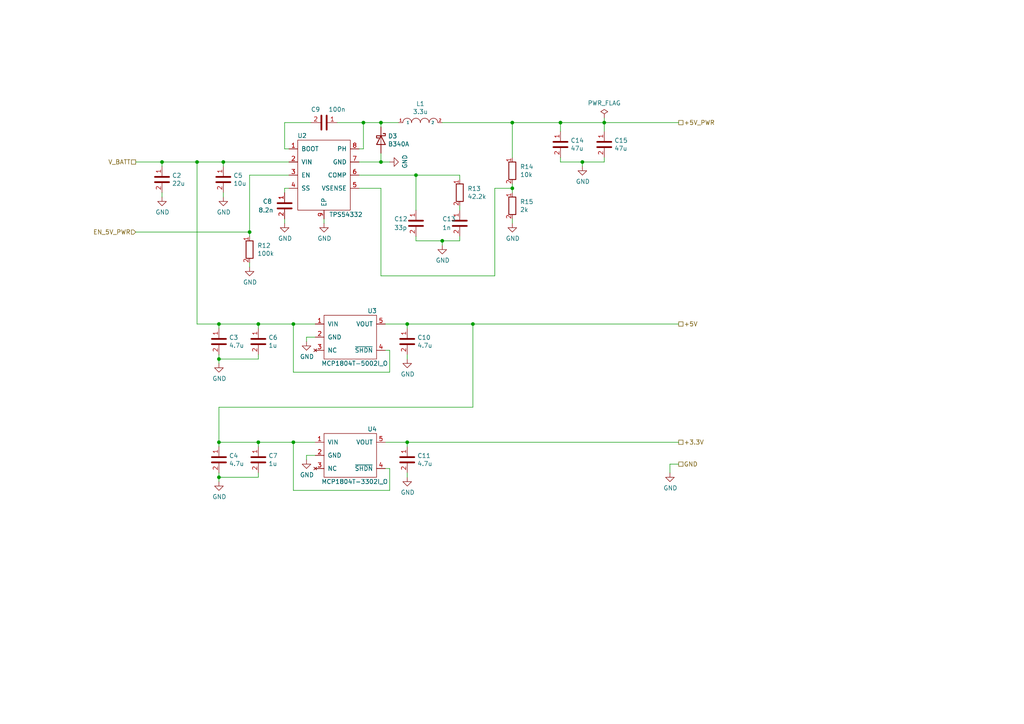
<source format=kicad_sch>
(kicad_sch (version 20211123) (generator eeschema)
  (paper "A4")
  (lib_symbols
    (symbol "p_Diode:B340A" (pin_numbers hide) (pin_names (offset 0) hide)
      (property "Reference" "D" (at 0 2.54 0))
      (property "Value" "B340A" (at 0 -2.54 0))
      (symbol "B340A_1_1"
        (polyline (pts (xy 1.27 0) (xy -1.27 0)))
        (polyline (pts (xy 1.27 1.27) (xy 1.27 -1.27) (xy -1.27 0) (xy 1.27 1.27)) (stroke (width 0.254)))
        (polyline (pts (xy -1.905 0.635) (xy -1.905 1.27) (xy -1.27 1.27) (xy -1.27 -1.27) (xy -0.635 -1.27) (xy -0.635 -0.635)) (stroke (width 0.254)))
        (pin passive line (at -3.81 0 0) (length 2.54) (name "K") (number "1"))
        (pin passive line (at 3.81 0 180) (length 2.54) (name "A") (number "2"))
      )
    )
    (symbol "p_Passive:C_0603" (pin_names (offset 0) hide)
      (property "Reference" "C" (at 0 0 0))
      (property "Value" "C_0603" (at 0 0 0))
      (symbol "C_0603_1_1"
        (polyline (pts (xy -2.032 -0.762) (xy 2.032 -0.762)) (stroke (width 0.508)))
        (polyline (pts (xy -2.032 0.762) (xy 2.032 0.762)) (stroke (width 0.508)))
        (pin passive line (at 0 3.81 270) (length 2.794) (name "~") (number "1"))
        (pin passive line (at 0 -3.81 90) (length 2.794) (name "~") (number "2"))
      )
    )
    (symbol "p_Passive:C_0805" (pin_names (offset 0) hide)
      (property "Reference" "C" (at 0 0 0))
      (property "Value" "C_0805" (at 0 0 0))
      (symbol "C_0805_1_1"
        (polyline (pts (xy -2.032 -0.762) (xy 2.032 -0.762)) (stroke (width 0.508)))
        (polyline (pts (xy -2.032 0.762) (xy 2.032 0.762)) (stroke (width 0.508)))
        (pin passive line (at 0 3.81 270) (length 2.794) (name "~") (number "1"))
        (pin passive line (at 0 -3.81 90) (length 2.794) (name "~") (number "2"))
      )
    )
    (symbol "p_Passive:C_1206" (pin_names (offset 0) hide)
      (property "Reference" "C" (at 0 0 0))
      (property "Value" "C_1206" (at 0 0 0))
      (symbol "C_1206_1_1"
        (polyline (pts (xy -2.032 -0.762) (xy 2.032 -0.762)) (stroke (width 0.508)))
        (polyline (pts (xy -2.032 0.762) (xy 2.032 0.762)) (stroke (width 0.508)))
        (pin passive line (at 0 3.81 270) (length 2.794) (name "~") (number "1"))
        (pin passive line (at 0 -3.81 90) (length 2.794) (name "~") (number "2"))
      )
    )
    (symbol "p_Passive:C_1210" (pin_names (offset 0) hide)
      (property "Reference" "C" (at 0 0 0))
      (property "Value" "C_1210" (at 0 0 0))
      (symbol "C_1210_1_1"
        (polyline (pts (xy -2.032 -0.762) (xy 2.032 -0.762)) (stroke (width 0.508)))
        (polyline (pts (xy -2.032 0.762) (xy 2.032 0.762)) (stroke (width 0.508)))
        (pin passive line (at 0 3.81 270) (length 2.794) (name "~") (number "1"))
        (pin passive line (at 0 -3.81 90) (length 2.794) (name "~") (number "2"))
      )
    )
    (symbol "p_Passive:L_PCC-M0530M" (pin_names (offset 1.016))
      (property "Reference" "L" (at 0 0 0))
      (property "Value" "L_PCC-M0530M" (at 0 -2.54 0))
      (symbol "L_PCC-M0530M_1_1"
        (arc (start -2.54 0) (mid -3.81 1.27) (end -5.08 0))
        (arc (start 0 0) (mid -1.27 1.27) (end -2.54 0))
        (arc (start 2.54 0) (mid 1.27 1.27) (end 0 0))
        (arc (start 5.08 0) (mid 3.81 1.27) (end 2.54 0))
        (pin input line (at -6.35 0 0) (length 1.27) (name "1") (number "1"))
        (pin input line (at 6.35 0 180) (length 1.27) (name "2") (number "2"))
      )
    )
    (symbol "p_Passive:R_0603" (pin_names (offset 0) hide)
      (property "Reference" "R" (at 0 0 0))
      (property "Value" "R_0603" (at 0 0 0))
      (symbol "R_0603_1_1"
        (rectangle (start -1.016 -2.54) (end 1.016 2.54) (stroke (width 0.254)))
        (pin passive line (at 0 3.81 270) (length 1.27) (name "~") (number "1"))
        (pin passive line (at 0 -3.81 90) (length 1.27) (name "~") (number "2"))
      )
    )
    (symbol "p_Power_Supply:MCP1804T-3302I_O" (pin_names (offset 1.016))
      (property "Reference" "U" (at -6.35 7.62 0))
      (property "Value" "MCP1804T-3302I_O" (at 1.27 -8.89 0))
      (symbol "MCP1804T-3302I_O_0_1"
        (rectangle (start -7.62 6.35) (end 7.62 -6.35))
      )
      (symbol "MCP1804T-3302I_O_1_1"
        (pin power_in line (at -10.16 3.81 0) (length 2.54) (name "VIN") (number "1"))
        (pin passive line (at -10.16 0 0) (length 2.54) (name "GND") (number "2"))
        (pin no_connect line (at -10.16 -3.81 0) (length 2.54) (name "NC") (number "3"))
        (pin passive line (at 10.16 -3.81 180) (length 2.54) (name "~{SHDN}") (number "4"))
        (pin power_out line (at 10.16 3.81 180) (length 2.54) (name "VOUT") (number "5"))
      )
    )
    (symbol "p_Power_Supply:TPS54332" (pin_names (offset 1.016))
      (property "Reference" "U" (at -6.35 13.97 0))
      (property "Value" "TPS54332" (at 7.62 -8.89 0))
      (symbol "TPS54332_0_1"
        (rectangle (start -7.62 12.7) (end 7.62 -7.62))
      )
      (symbol "TPS54332_1_1"
        (pin output line (at -10.16 10.16 0) (length 2.54) (name "BOOT") (number "1"))
        (pin power_in line (at -10.16 6.35 0) (length 2.54) (name "VIN") (number "2"))
        (pin input line (at -10.16 2.54 0) (length 2.54) (name "EN") (number "3"))
        (pin input line (at -10.16 -1.27 0) (length 2.54) (name "SS") (number "4"))
        (pin input line (at 10.16 -1.27 180) (length 2.54) (name "VSENSE") (number "5"))
        (pin output line (at 10.16 2.54 180) (length 2.54) (name "COMP") (number "6"))
        (pin passive line (at 10.16 6.35 180) (length 2.54) (name "GND") (number "7"))
        (pin output line (at 10.16 10.16 180) (length 2.54) (name "PH") (number "8"))
        (pin passive line (at 0 -10.16 90) (length 2.54) (name "EP") (number "9"))
      )
    )
    (symbol "power:GND" (power) (pin_names (offset 0))
      (property "Value" "GND" (at 0 -3.81 0))
      (symbol "GND_0_1"
        (polyline (pts (xy 0 0) (xy 0 -1.27) (xy 1.27 -1.27) (xy 0 -2.54) (xy -1.27 -1.27) (xy 0 -1.27)))
      )
      (symbol "GND_1_1"
        (pin power_in line (at 0 0 270) (length 0) hide (name "GND") (number "1"))
      )
    )
    (symbol "power:PWR_FLAG" (power) (pin_numbers hide) (pin_names (offset 0) hide)
      (property "Value" "PWR_FLAG" (at 0 3.81 0))
      (symbol "PWR_FLAG_0_0"
        (pin power_out line (at 0 0 90) (length 0) (name "pwr") (number "1"))
      )
      (symbol "PWR_FLAG_0_1"
        (polyline (pts (xy 0 0) (xy 0 1.27) (xy -1.016 1.905) (xy 0 2.54) (xy 1.016 1.905) (xy 0 1.27)))
      )
    )
  )
  (junction (at 46.99 46.99))
  (junction (at 168.91 46.99))
  (junction (at 85.09 93.98))
  (junction (at 72.39 67.31))
  (junction (at 118.11 93.98))
  (junction (at 128.27 69.85))
  (junction (at 74.93 128.27))
  (junction (at 162.56 35.56))
  (junction (at 74.93 93.98))
  (junction (at 63.5 128.27))
  (junction (at 105.41 35.56))
  (junction (at 148.59 54.61))
  (junction (at 63.5 104.14))
  (junction (at 85.09 128.27))
  (junction (at 120.65 50.8))
  (junction (at 175.26 35.56))
  (junction (at 118.11 128.27))
  (junction (at 110.49 46.99))
  (junction (at 64.77 46.99))
  (junction (at 63.5 93.98))
  (junction (at 110.49 35.56))
  (junction (at 57.15 46.99))
  (junction (at 63.5 138.43))
  (junction (at 137.16 93.98))
  (junction (at 148.59 35.56))
  (wire (pts (xy 162.56 45.72) (xy 162.56 46.99)))
  (wire (pts (xy 118.11 137.16) (xy 118.11 138.43)))
  (wire (pts (xy 82.55 54.61) (xy 82.55 55.88)))
  (wire (pts (xy 111.76 101.6) (xy 113.03 101.6)))
  (wire (pts (xy 143.51 54.61) (xy 143.51 80.01)))
  (wire (pts (xy 63.5 95.25) (xy 63.5 93.98)))
  (wire (pts (xy 168.91 48.26) (xy 168.91 46.99)))
  (wire (pts (xy 120.65 68.58) (xy 120.65 69.85)))
  (wire (pts (xy 113.03 135.89) (xy 113.03 142.24)))
  (wire (pts (xy 64.77 46.99) (xy 83.82 46.99)))
  (wire (pts (xy 63.5 102.87) (xy 63.5 104.14)))
  (wire (pts (xy 137.16 93.98) (xy 137.16 118.11)))
  (wire (pts (xy 168.91 46.99) (xy 175.26 46.99)))
  (wire (pts (xy 46.99 55.88) (xy 46.99 57.15)))
  (wire (pts (xy 111.76 128.27) (xy 118.11 128.27)))
  (wire (pts (xy 104.14 50.8) (xy 120.65 50.8)))
  (wire (pts (xy 85.09 128.27) (xy 91.44 128.27)))
  (wire (pts (xy 88.9 133.35) (xy 88.9 132.08)))
  (wire (pts (xy 175.26 35.56) (xy 196.85 35.56)))
  (wire (pts (xy 83.82 50.8) (xy 72.39 50.8)))
  (wire (pts (xy 63.5 138.43) (xy 74.93 138.43)))
  (wire (pts (xy 133.35 59.69) (xy 133.35 60.96)))
  (wire (pts (xy 105.41 35.56) (xy 110.49 35.56)))
  (wire (pts (xy 93.98 63.5) (xy 93.98 64.77)))
  (wire (pts (xy 82.55 63.5) (xy 82.55 64.77)))
  (wire (pts (xy 105.41 35.56) (xy 97.79 35.56)))
  (wire (pts (xy 74.93 93.98) (xy 85.09 93.98)))
  (wire (pts (xy 88.9 97.79) (xy 91.44 97.79)))
  (wire (pts (xy 196.85 134.62) (xy 194.31 134.62)))
  (wire (pts (xy 113.03 101.6) (xy 113.03 107.95)))
  (wire (pts (xy 148.59 63.5) (xy 148.59 64.77)))
  (wire (pts (xy 137.16 93.98) (xy 196.85 93.98)))
  (wire (pts (xy 120.65 60.96) (xy 120.65 50.8)))
  (wire (pts (xy 162.56 35.56) (xy 175.26 35.56)))
  (wire (pts (xy 118.11 93.98) (xy 118.11 95.25)))
  (wire (pts (xy 72.39 76.2) (xy 72.39 77.47)))
  (wire (pts (xy 162.56 46.99) (xy 168.91 46.99)))
  (wire (pts (xy 64.77 55.88) (xy 64.77 57.15)))
  (wire (pts (xy 110.49 80.01) (xy 143.51 80.01)))
  (wire (pts (xy 72.39 50.8) (xy 72.39 67.31)))
  (wire (pts (xy 82.55 35.56) (xy 82.55 43.18)))
  (wire (pts (xy 128.27 35.56) (xy 148.59 35.56)))
  (wire (pts (xy 39.37 46.99) (xy 46.99 46.99)))
  (wire (pts (xy 118.11 102.87) (xy 118.11 104.14)))
  (wire (pts (xy 88.9 132.08) (xy 91.44 132.08)))
  (wire (pts (xy 63.5 118.11) (xy 137.16 118.11)))
  (wire (pts (xy 63.5 128.27) (xy 74.93 128.27)))
  (wire (pts (xy 105.41 43.18) (xy 105.41 35.56)))
  (wire (pts (xy 74.93 102.87) (xy 74.93 104.14)))
  (wire (pts (xy 113.03 46.99) (xy 110.49 46.99)))
  (wire (pts (xy 63.5 129.54) (xy 63.5 128.27)))
  (wire (pts (xy 148.59 35.56) (xy 148.59 45.72)))
  (wire (pts (xy 133.35 50.8) (xy 133.35 52.07)))
  (wire (pts (xy 128.27 71.12) (xy 128.27 69.85)))
  (wire (pts (xy 120.65 69.85) (xy 128.27 69.85)))
  (wire (pts (xy 74.93 128.27) (xy 85.09 128.27)))
  (wire (pts (xy 120.65 50.8) (xy 133.35 50.8)))
  (wire (pts (xy 118.11 128.27) (xy 118.11 129.54)))
  (wire (pts (xy 85.09 107.95) (xy 113.03 107.95)))
  (wire (pts (xy 63.5 93.98) (xy 74.93 93.98)))
  (wire (pts (xy 175.26 35.56) (xy 175.26 38.1)))
  (wire (pts (xy 162.56 38.1) (xy 162.56 35.56)))
  (wire (pts (xy 111.76 93.98) (xy 118.11 93.98)))
  (wire (pts (xy 82.55 43.18) (xy 83.82 43.18)))
  (wire (pts (xy 85.09 128.27) (xy 85.09 142.24)))
  (wire (pts (xy 111.76 135.89) (xy 113.03 135.89)))
  (wire (pts (xy 63.5 105.41) (xy 63.5 104.14)))
  (wire (pts (xy 90.17 35.56) (xy 82.55 35.56)))
  (wire (pts (xy 110.49 46.99) (xy 110.49 44.45)))
  (wire (pts (xy 118.11 93.98) (xy 137.16 93.98)))
  (wire (pts (xy 88.9 99.06) (xy 88.9 97.79)))
  (wire (pts (xy 133.35 69.85) (xy 133.35 68.58)))
  (wire (pts (xy 46.99 46.99) (xy 46.99 48.26)))
  (wire (pts (xy 85.09 142.24) (xy 113.03 142.24)))
  (wire (pts (xy 72.39 67.31) (xy 72.39 68.58)))
  (wire (pts (xy 85.09 93.98) (xy 91.44 93.98)))
  (wire (pts (xy 110.49 54.61) (xy 110.49 80.01)))
  (wire (pts (xy 148.59 54.61) (xy 143.51 54.61)))
  (wire (pts (xy 63.5 104.14) (xy 74.93 104.14)))
  (wire (pts (xy 175.26 46.99) (xy 175.26 45.72)))
  (wire (pts (xy 104.14 46.99) (xy 110.49 46.99)))
  (wire (pts (xy 148.59 54.61) (xy 148.59 55.88)))
  (wire (pts (xy 57.15 93.98) (xy 63.5 93.98)))
  (wire (pts (xy 63.5 139.7) (xy 63.5 138.43)))
  (wire (pts (xy 57.15 46.99) (xy 57.15 93.98)))
  (wire (pts (xy 74.93 93.98) (xy 74.93 95.25)))
  (wire (pts (xy 39.37 67.31) (xy 72.39 67.31)))
  (wire (pts (xy 128.27 69.85) (xy 133.35 69.85)))
  (wire (pts (xy 63.5 118.11) (xy 63.5 128.27)))
  (wire (pts (xy 85.09 93.98) (xy 85.09 107.95)))
  (wire (pts (xy 118.11 128.27) (xy 196.85 128.27)))
  (wire (pts (xy 57.15 46.99) (xy 64.77 46.99)))
  (wire (pts (xy 74.93 137.16) (xy 74.93 138.43)))
  (wire (pts (xy 110.49 35.56) (xy 110.49 36.83)))
  (wire (pts (xy 64.77 46.99) (xy 64.77 48.26)))
  (wire (pts (xy 63.5 137.16) (xy 63.5 138.43)))
  (wire (pts (xy 104.14 43.18) (xy 105.41 43.18)))
  (wire (pts (xy 175.26 34.29) (xy 175.26 35.56)))
  (wire (pts (xy 104.14 54.61) (xy 110.49 54.61)))
  (wire (pts (xy 148.59 53.34) (xy 148.59 54.61)))
  (wire (pts (xy 46.99 46.99) (xy 57.15 46.99)))
  (wire (pts (xy 194.31 134.62) (xy 194.31 137.16)))
  (wire (pts (xy 74.93 128.27) (xy 74.93 129.54)))
  (wire (pts (xy 83.82 54.61) (xy 82.55 54.61)))
  (wire (pts (xy 110.49 35.56) (xy 115.57 35.56)))
  (wire (pts (xy 148.59 35.56) (xy 162.56 35.56)))
  (hierarchical_label "V_BATT" (shape passive) (at 39.37 46.99 180))
  (hierarchical_label "+3.3V" (shape passive) (at 196.85 128.27 0))
  (hierarchical_label "+5V" (shape passive) (at 196.85 93.98 0))
  (hierarchical_label "+5V_PWR" (shape passive) (at 196.85 35.56 0))
  (hierarchical_label "EN_5V_PWR" (shape input) (at 39.37 67.31 180))
  (hierarchical_label "GND" (shape passive) (at 196.85 134.62 0))
  (symbol (lib_id "p_Passive:L_PCC-M0530M") (at 121.92 35.56 0) (unit 1)
    (property "Reference" "L1" (at 121.92 30.099 0))
    (property "Value" "3.3u" (at 121.92 32.4104 0))
    (property "Footprint" "p_Package_Inductor_SMD:L_Vishay_IHLP-2525" (effects hide))
    (property "Datasheet" "RS : 811-7165" (effects hide))
  )
  (symbol (lib_id "p_Diode:B340A") (at 110.49 40.64 270) (unit 1)
    (property "Reference" "D3" (at 112.522 39.4716 90) (effects (justify left)))
    (property "Value" "B340A" (at 112.522 41.783 90) (effects (justify left)))
    (property "Footprint" "p_Package_Diode_SMD:D_SMA_Handsoldering" (effects hide))
  )
  (symbol (lib_id "p_Passive:C_1210") (at 162.56 41.91 0) (unit 1)
    (property "Reference" "C14" (at 165.481 40.7416 0) (effects (justify left)))
    (property "Value" "47u" (at 165.481 43.053 0) (effects (justify left)))
    (property "Footprint" "p_Package_Capacitor_SMD:C_1210_3225Metric_Pad1.33x2.70mm_HandSolder" (effects hide))
  )
  (symbol (lib_id "p_Passive:C_1210") (at 175.26 41.91 0) (unit 1)
    (property "Reference" "C15" (at 178.181 40.7416 0) (effects (justify left)))
    (property "Value" "47u" (at 178.181 43.053 0) (effects (justify left)))
    (property "Footprint" "p_Package_Capacitor_SMD:C_1210_3225Metric_Pad1.33x2.70mm_HandSolder" (effects hide))
  )
  (symbol (lib_id "p_Passive:C_0603") (at 82.55 59.69 0) (unit 1)
    (property "Reference" "C8" (at 76.2 58.42 0) (effects (justify left)))
    (property "Value" "8.2n" (at 74.93 60.96 0) (effects (justify left)))
    (property "Footprint" "p_Package_Capacitor_SMD:C_0603_1608Metric_Pad1.08x0.95mm_HandSolder" (effects hide))
  )
  (symbol (lib_id "power:GND") (at 82.55 64.77 0) (unit 1)
    (property "Reference" "#PWR044" (effects hide))
    (property "Value" "GND" (at 82.677 69.1642 0))
  )
  (symbol (lib_id "p_Passive:C_0603") (at 120.65 64.77 0) (unit 1)
    (property "Reference" "C12" (at 114.3 63.5 0) (effects (justify left)))
    (property "Value" "33p" (at 114.3 66.04 0) (effects (justify left)))
    (property "Footprint" "p_Package_Capacitor_SMD:C_0603_1608Metric_Pad1.08x0.95mm_HandSolder" (effects hide))
  )
  (symbol (lib_id "p_Passive:C_0603") (at 133.35 64.77 0) (unit 1)
    (property "Reference" "C13" (at 128.27 63.5 0) (effects (justify left)))
    (property "Value" "1n" (at 128.27 66.04 0) (effects (justify left)))
    (property "Footprint" "p_Package_Capacitor_SMD:C_0603_1608Metric_Pad1.08x0.95mm_HandSolder" (effects hide))
  )
  (symbol (lib_id "p_Passive:R_0603") (at 133.35 55.88 0) (unit 1)
    (property "Reference" "R13" (at 135.5852 54.7116 0) (effects (justify left)))
    (property "Value" "42.2k" (at 135.5852 57.023 0) (effects (justify left)))
    (property "Footprint" "p_Package_Resistor_SMD:R_0603_1608Metric_Pad0.98x0.95mm_HandSolder" (effects hide))
  )
  (symbol (lib_id "power:GND") (at 128.27 71.12 0) (unit 1)
    (property "Reference" "#PWR051" (effects hide))
    (property "Value" "GND" (at 128.397 75.5142 0))
  )
  (symbol (lib_id "power:GND") (at 113.03 46.99 90) (unit 1)
    (property "Reference" "#PWR048" (effects hide))
    (property "Value" "GND" (at 117.4242 46.863 0))
  )
  (symbol (lib_id "power:GND") (at 168.91 48.26 0) (unit 1)
    (property "Reference" "#PWR053" (effects hide))
    (property "Value" "GND" (at 169.037 52.6542 0))
  )
  (symbol (lib_id "p_Passive:R_0603") (at 72.39 72.39 0) (unit 1)
    (property "Reference" "R12" (at 74.6252 71.2216 0) (effects (justify left)))
    (property "Value" "100k" (at 74.6252 73.533 0) (effects (justify left)))
    (property "Footprint" "p_Package_Resistor_SMD:R_0603_1608Metric_Pad0.98x0.95mm_HandSolder" (effects hide))
  )
  (symbol (lib_id "power:GND") (at 72.39 77.47 0) (unit 1)
    (property "Reference" "#PWR043" (effects hide))
    (property "Value" "GND" (at 72.517 81.8642 0))
  )
  (symbol (lib_id "power:PWR_FLAG") (at 175.26 34.29 0) (unit 1)
    (property "Reference" "#FLG03" (effects hide))
    (property "Value" "PWR_FLAG" (at 175.26 29.8958 0))
  )
  (symbol (lib_id "p_Passive:C_1210") (at 46.99 52.07 0) (unit 1)
    (property "Reference" "C2" (at 49.911 50.9016 0) (effects (justify left)))
    (property "Value" "22u" (at 49.911 53.213 0) (effects (justify left)))
    (property "Footprint" "p_Package_Capacitor_SMD:C_1210_3225Metric_Pad1.33x2.70mm_HandSolder" (effects hide))
  )
  (symbol (lib_id "power:GND") (at 93.98 64.77 0) (unit 1)
    (property "Reference" "#PWR047" (effects hide))
    (property "Value" "GND" (at 94.107 69.1642 0))
  )
  (symbol (lib_id "p_Power_Supply:MCP1804T-3302I_O") (at 101.6 97.79 0) (unit 1)
    (property "Reference" "U3" (at 107.95 90.17 0))
    (property "Value" "MCP1804T-5002I_O" (at 102.87 105.41 0))
    (property "Footprint" "p_Package_SOT:SOT-23-5" (effects hide))
    (property "Datasheet" "${KI_PERSO_COMPLIB}/datasheets/p_Power_Supply/MCHPS05437-1.pdf" (effects hide))
  )
  (symbol (lib_id "p_Passive:C_0603") (at 74.93 99.06 0) (unit 1)
    (property "Reference" "C6" (at 77.851 97.8916 0) (effects (justify left)))
    (property "Value" "1u" (at 77.851 100.203 0) (effects (justify left)))
    (property "Footprint" "p_Package_Capacitor_SMD:C_0603_1608Metric_Pad1.08x0.95mm_HandSolder" (effects hide))
  )
  (symbol (lib_id "power:GND") (at 88.9 99.06 0) (unit 1)
    (property "Reference" "#PWR045" (effects hide))
    (property "Value" "GND" (at 89.027 103.4542 0))
  )
  (symbol (lib_id "p_Passive:C_0603") (at 118.11 99.06 0) (unit 1)
    (property "Reference" "C10" (at 121.031 97.8916 0) (effects (justify left)))
    (property "Value" "4.7u" (at 121.031 100.203 0) (effects (justify left)))
    (property "Footprint" "p_Package_Capacitor_SMD:C_0603_1608Metric_Pad1.08x0.95mm_HandSolder" (effects hide))
  )
  (symbol (lib_id "power:GND") (at 118.11 104.14 0) (unit 1)
    (property "Reference" "#PWR049" (effects hide))
    (property "Value" "GND" (at 118.237 108.5342 0))
  )
  (symbol (lib_id "power:GND") (at 63.5 105.41 0) (unit 1)
    (property "Reference" "#PWR040" (effects hide))
    (property "Value" "GND" (at 63.627 109.8042 0))
  )
  (symbol (lib_id "p_Power_Supply:TPS54332") (at 93.98 53.34 0) (unit 1)
    (property "Reference" "U2" (at 87.63 39.37 0))
    (property "Value" "TPS54332" (at 100.33 62.23 0))
    (property "Footprint" "p_Package_SO:SOIC-8-1EP_3.9x4.9mm_P1.27mm_EP2.29x3mm" (effects hide))
    (property "Datasheet" "${KI_PERSO_COMPLIB}/datasheets/p_Power_Supply/TPS54332.pdf" (effects hide))
  )
  (symbol (lib_id "p_Passive:C_0805") (at 63.5 99.06 0) (unit 1)
    (property "Reference" "C3" (at 66.421 97.8916 0) (effects (justify left)))
    (property "Value" "4.7u" (at 66.421 100.203 0) (effects (justify left)))
    (property "Footprint" "p_Package_Capacitor_SMD:C_0805_2012Metric_Pad1.18x1.45mm_HandSolder" (effects hide))
  )
  (symbol (lib_id "power:GND") (at 64.77 57.15 0) (unit 1)
    (property "Reference" "#PWR042" (effects hide))
    (property "Value" "GND" (at 64.897 61.5442 0))
  )
  (symbol (lib_id "power:GND") (at 46.99 57.15 0) (unit 1)
    (property "Reference" "#PWR039" (effects hide))
    (property "Value" "GND" (at 47.117 61.5442 0))
  )
  (symbol (lib_id "p_Passive:C_0603") (at 93.98 35.56 270) (unit 1)
    (property "Reference" "C9" (at 90.17 31.75 90) (effects (justify left)))
    (property "Value" "100n" (at 95.25 31.75 90) (effects (justify left)))
    (property "Footprint" "p_Package_Capacitor_SMD:C_0603_1608Metric_Pad1.08x0.95mm_HandSolder" (effects hide))
  )
  (symbol (lib_id "p_Passive:C_1206") (at 64.77 52.07 0) (unit 1)
    (property "Reference" "C5" (at 67.691 50.9016 0) (effects (justify left)))
    (property "Value" "10u" (at 67.691 53.213 0) (effects (justify left)))
    (property "Footprint" "p_Package_Capacitor_SMD:C_1206_3216Metric_Pad1.33x1.80mm_HandSolder" (effects hide))
  )
  (symbol (lib_id "p_Passive:R_0603") (at 148.59 49.53 0) (unit 1)
    (property "Reference" "R14" (at 150.8252 48.3616 0) (effects (justify left)))
    (property "Value" "10k" (at 150.8252 50.673 0) (effects (justify left)))
    (property "Footprint" "p_Package_Resistor_SMD:R_0603_1608Metric_Pad0.98x0.95mm_HandSolder" (effects hide))
  )
  (symbol (lib_id "p_Passive:R_0603") (at 148.59 59.69 0) (unit 1)
    (property "Reference" "R15" (at 150.8252 58.5216 0) (effects (justify left)))
    (property "Value" "2k" (at 150.8252 60.833 0) (effects (justify left)))
    (property "Footprint" "p_Package_Resistor_SMD:R_0603_1608Metric_Pad0.98x0.95mm_HandSolder" (effects hide))
  )
  (symbol (lib_id "power:GND") (at 148.59 64.77 0) (unit 1)
    (property "Reference" "#PWR052" (effects hide))
    (property "Value" "GND" (at 148.717 69.1642 0))
  )
  (symbol (lib_id "p_Power_Supply:MCP1804T-3302I_O") (at 101.6 132.08 0) (unit 1)
    (property "Reference" "U4" (at 107.95 124.46 0))
    (property "Value" "MCP1804T-3302I_O" (at 102.87 139.7 0))
    (property "Footprint" "p_Package_SOT:SOT-23-5" (effects hide))
    (property "Datasheet" "${KI_PERSO_COMPLIB}/datasheets/p_Power_Supply/MCHPS05437-1.pdf" (effects hide))
  )
  (symbol (lib_id "p_Passive:C_0603") (at 74.93 133.35 0) (unit 1)
    (property "Reference" "C7" (at 77.851 132.1816 0) (effects (justify left)))
    (property "Value" "1u" (at 77.851 134.493 0) (effects (justify left)))
    (property "Footprint" "p_Package_Capacitor_SMD:C_0603_1608Metric_Pad1.08x0.95mm_HandSolder" (effects hide))
  )
  (symbol (lib_id "power:GND") (at 88.9 133.35 0) (unit 1)
    (property "Reference" "#PWR046" (effects hide))
    (property "Value" "GND" (at 89.027 137.7442 0))
  )
  (symbol (lib_id "p_Passive:C_0603") (at 118.11 133.35 0) (unit 1)
    (property "Reference" "C11" (at 121.031 132.1816 0) (effects (justify left)))
    (property "Value" "4.7u" (at 121.031 134.493 0) (effects (justify left)))
    (property "Footprint" "p_Package_Capacitor_SMD:C_0603_1608Metric_Pad1.08x0.95mm_HandSolder" (effects hide))
  )
  (symbol (lib_id "power:GND") (at 118.11 138.43 0) (unit 1)
    (property "Reference" "#PWR050" (effects hide))
    (property "Value" "GND" (at 118.237 142.8242 0))
  )
  (symbol (lib_id "power:GND") (at 63.5 139.7 0) (unit 1)
    (property "Reference" "#PWR041" (effects hide))
    (property "Value" "GND" (at 63.627 144.0942 0))
  )
  (symbol (lib_id "p_Passive:C_0805") (at 63.5 133.35 0) (unit 1)
    (property "Reference" "C4" (at 66.421 132.1816 0) (effects (justify left)))
    (property "Value" "4.7u" (at 66.421 134.493 0) (effects (justify left)))
    (property "Footprint" "p_Package_Capacitor_SMD:C_0805_2012Metric_Pad1.18x1.45mm_HandSolder" (effects hide))
  )
  (symbol (lib_id "power:GND") (at 194.31 137.16 0) (unit 1)
    (property "Reference" "#PWR054" (effects hide))
    (property "Value" "GND" (at 194.437 141.5542 0))
  )
)
</source>
